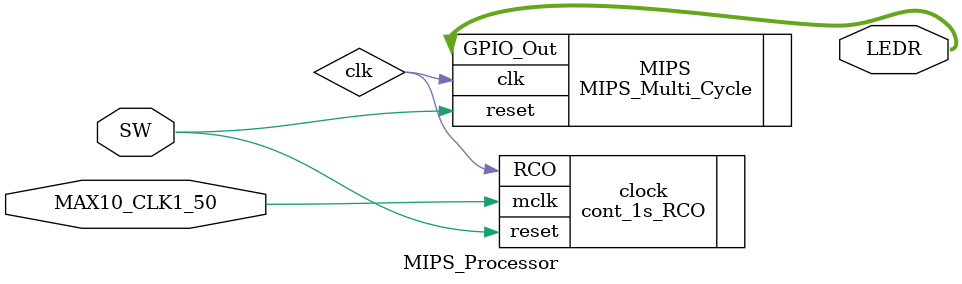
<source format=v>
module MIPS_Processor
(
	input 			MAX10_CLK1_50,
	input 	[9:9] SW,
	
	output	[7:0]	LEDR
);

	wire clk;

	cont_1s_RCO	clock	(
								.mclk 	(MAX10_CLK1_50),
								.reset	(SW),
								.RCO		(clk)
							);

	MIPS_Multi_Cycle	MIPS	(
										.clk			(clk),
										.reset		(SW),
										.GPIO_Out	(LEDR)
									);
endmodule

</source>
